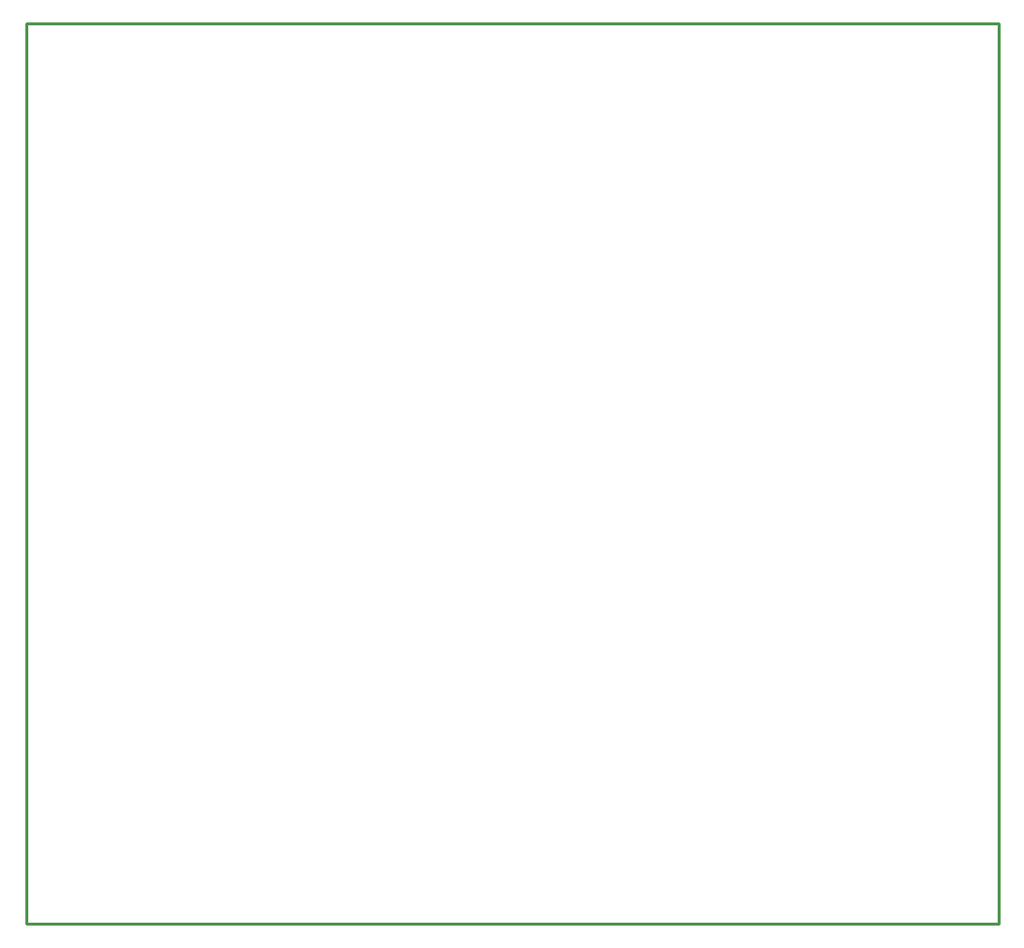
<source format=gm1>
G04*
G04 #@! TF.GenerationSoftware,Altium Limited,Altium Designer,25.4.2 (15)*
G04*
G04 Layer_Color=16711935*
%FSLAX44Y44*%
%MOMM*%
G71*
G04*
G04 #@! TF.SameCoordinates,3376916D-7717-44A7-936A-FC15E23AF39E*
G04*
G04*
G04 #@! TF.FilePolarity,Positive*
G04*
G01*
G75*
%ADD17C,0.2540*%
D17*
X0Y782320D02*
X844550D01*
X0Y0D02*
Y782320D01*
X844550Y0D02*
Y782320D01*
X0Y0D02*
X844550D01*
M02*

</source>
